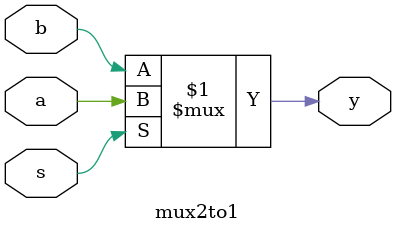
<source format=v>
module mux4to1(input a,b,c,d,s1,s0,output reg y);

wire y0, y1;
  
  mux2to1 m1(s1, c, d, y1);
  mux2to1 m2(s1, a, b, y0);
  mux2to1 m3(s0, y0, y1, y);
endmodule

module mux2to1(input a,b,s, output reg y);
assign y=s?a:b;
endmodule

</source>
